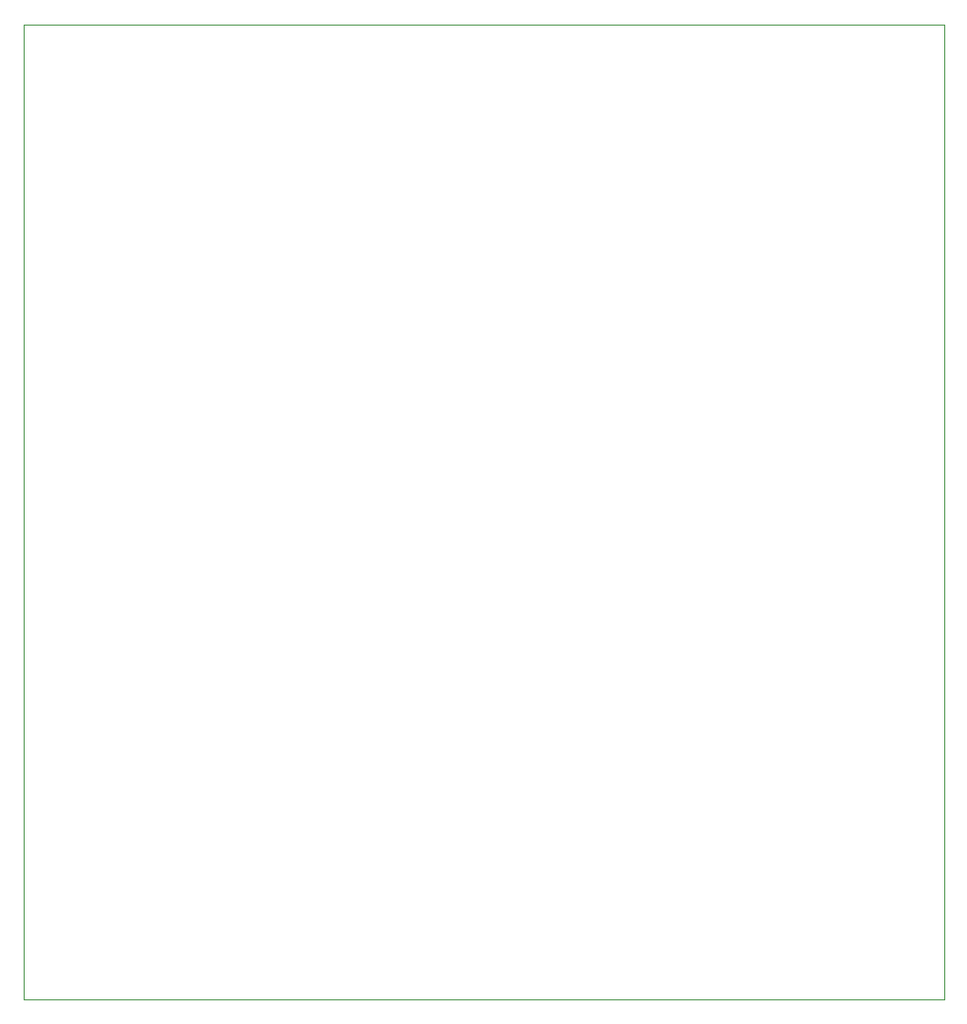
<source format=gm1>
G04 #@! TF.GenerationSoftware,KiCad,Pcbnew,(5.1.5)-3*
G04 #@! TF.CreationDate,2020-03-27T07:44:39+01:00*
G04 #@! TF.ProjectId,CODER_LEVEL_BOARD_V0.10,434f4445-525f-44c4-9556-454c5f424f41,rev?*
G04 #@! TF.SameCoordinates,Original*
G04 #@! TF.FileFunction,Profile,NP*
%FSLAX46Y46*%
G04 Gerber Fmt 4.6, Leading zero omitted, Abs format (unit mm)*
G04 Created by KiCad (PCBNEW (5.1.5)-3) date 2020-03-27 07:44:39*
%MOMM*%
%LPD*%
G04 APERTURE LIST*
%ADD10C,0.050000*%
G04 APERTURE END LIST*
D10*
X71120000Y-160782000D02*
X72644000Y-160782000D01*
X30734000Y-101600000D02*
X30734000Y-132842000D01*
X113030000Y-101600000D02*
X113030000Y-132842000D01*
X71120000Y-73660000D02*
X72644000Y-73660000D01*
X30734000Y-160782000D02*
X30734000Y-132842000D01*
X71120000Y-160782000D02*
X30734000Y-160782000D01*
X113030000Y-132842000D02*
X113030000Y-160782000D01*
X113030000Y-160782000D02*
X72644000Y-160782000D01*
X30734000Y-73660000D02*
X71120000Y-73660000D01*
X30734000Y-101600000D02*
X30734000Y-73660000D01*
X72644000Y-73660000D02*
X113030000Y-73660000D01*
X113030000Y-73660000D02*
X113030000Y-101600000D01*
M02*

</source>
